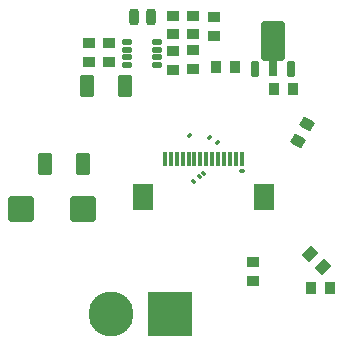
<source format=gbr>
%TF.GenerationSoftware,KiCad,Pcbnew,(6.0.1)*%
%TF.CreationDate,2022-11-26T20:31:09+08:00*%
%TF.ProjectId,IMU_base_V7,494d555f-6261-4736-955f-56372e6b6963,rev?*%
%TF.SameCoordinates,Original*%
%TF.FileFunction,Soldermask,Bot*%
%TF.FilePolarity,Negative*%
%FSLAX46Y46*%
G04 Gerber Fmt 4.6, Leading zero omitted, Abs format (unit mm)*
G04 Created by KiCad (PCBNEW (6.0.1)) date 2022-11-26 20:31:09*
%MOMM*%
%LPD*%
G01*
G04 APERTURE LIST*
G04 Aperture macros list*
%AMRoundRect*
0 Rectangle with rounded corners*
0 $1 Rounding radius*
0 $2 $3 $4 $5 $6 $7 $8 $9 X,Y pos of 4 corners*
0 Add a 4 corners polygon primitive as box body*
4,1,4,$2,$3,$4,$5,$6,$7,$8,$9,$2,$3,0*
0 Add four circle primitives for the rounded corners*
1,1,$1+$1,$2,$3*
1,1,$1+$1,$4,$5*
1,1,$1+$1,$6,$7*
1,1,$1+$1,$8,$9*
0 Add four rect primitives between the rounded corners*
20,1,$1+$1,$2,$3,$4,$5,0*
20,1,$1+$1,$4,$5,$6,$7,0*
20,1,$1+$1,$6,$7,$8,$9,0*
20,1,$1+$1,$8,$9,$2,$3,0*%
G04 Aperture macros list end*
%ADD10C,0.300000*%
%ADD11RoundRect,0.225000X-0.175000X-0.475000X0.175000X-0.475000X0.175000X0.475000X-0.175000X0.475000X0*%
%ADD12RoundRect,0.090000X-0.460000X-0.360000X0.460000X-0.360000X0.460000X0.360000X-0.460000X0.360000X0*%
%ADD13RoundRect,0.090000X0.578372X0.081769X-0.218372X0.541769X-0.578372X-0.081769X0.218372X-0.541769X0*%
%ADD14R,0.300000X1.300000*%
%ADD15R,1.800000X2.200000*%
%ADD16RoundRect,0.090000X0.360000X-0.460000X0.360000X0.460000X-0.360000X0.460000X-0.360000X-0.460000X0*%
%ADD17RoundRect,0.090000X-0.360000X0.460000X-0.360000X-0.460000X0.360000X-0.460000X0.360000X0.460000X0*%
%ADD18RoundRect,0.105000X0.495000X-0.820000X0.495000X0.820000X-0.495000X0.820000X-0.495000X-0.820000X0*%
%ADD19RoundRect,0.090000X0.460000X0.360000X-0.460000X0.360000X-0.460000X-0.360000X0.460000X-0.360000X0*%
%ADD20R,3.800000X3.800000*%
%ADD21C,3.800000*%
%ADD22RoundRect,0.090000X0.070711X0.579828X-0.579828X-0.070711X-0.070711X-0.579828X0.579828X0.070711X0*%
%ADD23RoundRect,0.070000X-0.330000X-0.180000X0.330000X-0.180000X0.330000X0.180000X-0.330000X0.180000X0*%
%ADD24RoundRect,0.081000X0.279000X0.569000X-0.279000X0.569000X-0.279000X-0.569000X0.279000X-0.569000X0*%
%ADD25RoundRect,0.081000X0.279000X0.619000X-0.279000X0.619000X-0.279000X-0.619000X0.279000X-0.619000X0*%
%ADD26RoundRect,0.145000X0.855000X1.530000X-0.855000X1.530000X-0.855000X-1.530000X0.855000X-1.530000X0*%
%ADD27RoundRect,0.175000X0.900000X0.900000X-0.900000X0.900000X-0.900000X-0.900000X0.900000X-0.900000X0*%
%ADD28RoundRect,0.105000X-0.495000X0.820000X-0.495000X-0.820000X0.495000X-0.820000X0.495000X0.820000X0*%
G04 APERTURE END LIST*
D10*
X194600000Y-72600000D02*
X194800000Y-72600000D01*
X191500000Y-72800000D02*
X191400000Y-72700000D01*
X191200000Y-73100000D02*
X191100000Y-73000000D01*
X190700000Y-73500000D02*
X190600000Y-73400000D01*
X190200000Y-69600000D02*
X190300000Y-69500000D01*
X192600000Y-70200000D02*
X192700000Y-70100000D01*
X191900000Y-69800000D02*
X192000000Y-69700000D01*
D11*
%TO.C,L1*%
X185550000Y-59500000D03*
X187050000Y-59500000D03*
%TD*%
D12*
%TO.C,C13*%
X192350000Y-61100000D03*
X192350000Y-59500000D03*
%TD*%
D13*
%TO.C,R11*%
X200250000Y-68614360D03*
X199450000Y-70000000D03*
%TD*%
D14*
%TO.C,J5*%
X194700000Y-71550000D03*
X194200000Y-71550000D03*
X193700000Y-71550000D03*
X193200000Y-71550000D03*
X192700000Y-71550000D03*
X192200000Y-71550000D03*
X191700000Y-71550000D03*
X191200000Y-71550000D03*
X190700000Y-71550000D03*
X190200000Y-71550000D03*
X189700000Y-71550000D03*
X189200000Y-71550000D03*
X188700000Y-71550000D03*
X188200000Y-71550000D03*
D15*
X196600000Y-74800000D03*
X186300000Y-74800000D03*
%TD*%
D16*
%TO.C,C3*%
X202150000Y-82500000D03*
X200550000Y-82500000D03*
%TD*%
D17*
%TO.C,C8*%
X192550000Y-63800000D03*
X194150000Y-63800000D03*
%TD*%
D18*
%TO.C,C7*%
X178050000Y-72000000D03*
X181250000Y-72000000D03*
%TD*%
D19*
%TO.C,R3*%
X195650000Y-80300000D03*
X195650000Y-81900000D03*
%TD*%
D20*
%TO.C,VCC*%
X188650000Y-84700000D03*
D21*
X183650000Y-84700000D03*
%TD*%
D12*
%TO.C,R5*%
X181800000Y-63300000D03*
X181800000Y-61700000D03*
%TD*%
D22*
%TO.C,R1*%
X200468630Y-79568630D03*
X201600000Y-80700000D03*
%TD*%
D23*
%TO.C,U3*%
X187500000Y-61650000D03*
X187500000Y-62300000D03*
X187500000Y-62950000D03*
X187500000Y-63600000D03*
X185000000Y-63600000D03*
X185000000Y-62950000D03*
X185000000Y-62300000D03*
X185000000Y-61650000D03*
%TD*%
D24*
%TO.C,U1*%
X195850000Y-63900000D03*
D25*
X197350000Y-63850000D03*
D26*
X197350000Y-61525000D03*
D24*
X198850000Y-63900000D03*
%TD*%
D19*
%TO.C,R8*%
X188900000Y-61000000D03*
X188900000Y-59400000D03*
%TD*%
D27*
%TO.C,D1*%
X176000000Y-75800000D03*
X181250000Y-75800000D03*
%TD*%
D12*
%TO.C,R4*%
X188900000Y-64000000D03*
X188900000Y-62400000D03*
%TD*%
D19*
%TO.C,C11*%
X183500000Y-63300000D03*
X183500000Y-61700000D03*
%TD*%
D28*
%TO.C,C10*%
X181600000Y-65400000D03*
X184800000Y-65400000D03*
%TD*%
D12*
%TO.C,C12*%
X190600000Y-61000000D03*
X190600000Y-59400000D03*
%TD*%
%TO.C,R9*%
X190600000Y-62300000D03*
X190600000Y-63900000D03*
%TD*%
D16*
%TO.C,C9*%
X199050000Y-65600000D03*
X197450000Y-65600000D03*
%TD*%
M02*

</source>
